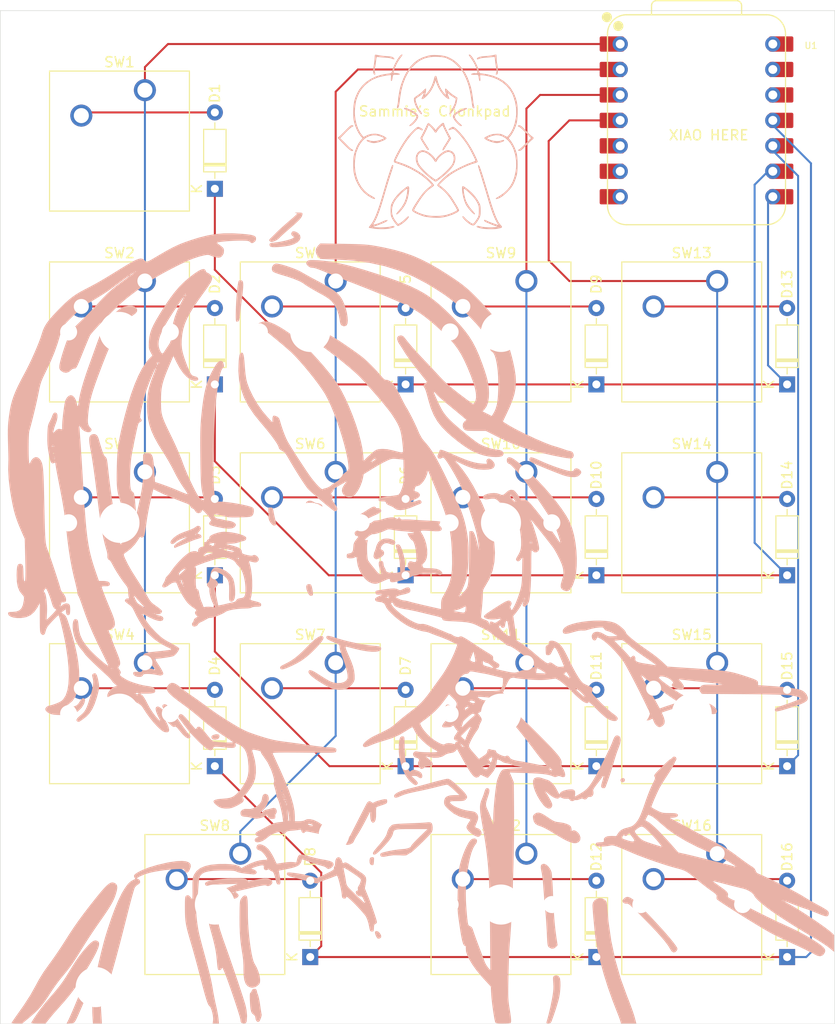
<source format=kicad_pcb>
(kicad_pcb (version 20240108) (generator "pcbnew") (generator_version "8.0")
  (layers (0 "F.Cu" signal) (31 "B.Cu" signal) (34 "B.Paste" user) (35 "F.Paste" user) (36 "B.SilkS" user "B.Silkscreen") (37 "F.SilkS" user "F.Silkscreen") (38 "B.Mask" user) (39 "F.Mask" user) (44 "Edge.Cuts" user))
  (net 0 "")
  (net 1 "+5V")
  (net 2 "GND")
  (net 3 "ROW0")
  (net 4 "Net-(D1-A)")
  (net 5 "Net-(D2-A)")
  (net 6 "ROW1")
  (net 7 "ROW2")
  (net 9 "Net-(D3-A)")
  (net 10 "ROW3")
  (net 12 "Net-(D4-A)")
  (net 14 "Net-(D5-A)")
  (net 15 "Net-(D6-A)")
  (net 16 "Net-(D7-A)")
  (net 17 "Net-(D8-A)")
  (net 18 "Net-(D9-A)")
  (net 19 "Net-(D10-A)")
  (net 20 "Net-(D11-A)")
  (net 21 "Net-(D12-A)")
  (net 22 "Net-(D13-A)")
  (net 23 "Net-(D14-A)")
  (net 24 "Net-(D15-A)")
  (net 25 "Net-(D16-A)")
  (net 26 "COL0")
  (net 27 "COL1")
  (net 28 "COL2")
  (net 29 "COL3")
  (footprint "Diode_THT:D_DO-35_SOD27_P7.62mm_Horizontal" (layer "F.Cu") (at 85.725 107.6325 90)
    (property "Reference" "D11" (at 10.00125 0 90) (layer "F.SilkS"))
    (property "Value" "1N4148")
    (fp_text user "K" (at 0 -1.8 90) (layer "F.SilkS"))
    (pad "1" thru_hole rect (at 0 0 90) (size 1.6 1.6) (drill 0.8) (layers "*.Cu" "*.Mask") (net 7 "ROW2"))
    (pad "2" thru_hole oval (at 7.62 0 90) (size 1.6 1.6) (drill 0.8) (layers "*.Cu" "*.Mask") (net 20 "Net-(D11-A)"))
  )
  (footprint "Diode_THT:D_DO-35_SOD27_P7.62mm_Horizontal" (layer "F.Cu") (at 57.15 126.6825 90)
    (property "Reference" "D8" (at 10.00125 0 90) (layer "F.SilkS"))
    (property "Value" "1N4148")
    (fp_text user "K" (at 0 -1.8 90) (layer "F.SilkS"))
    (pad "1" thru_hole rect (at 0 0 90) (size 1.6 1.6) (drill 0.8) (layers "*.Cu" "*.Mask") (net 10 "ROW3"))
    (pad "2" thru_hole oval (at 7.62 0 90) (size 1.6 1.6) (drill 0.8) (layers "*.Cu" "*.Mask") (net 17 "Net-(D8-A)"))
  )
  (footprint "Button_Switch_Keyboard:SW_Cherry_MX_1.00u_PCB" (layer "F.Cu") (at 40.64 97.31375)
    (property "Reference" "SW4" (at -2.54 -2.794 0) (layer "F.SilkS"))
    (property "Value" "SW_Push")
    (pad "" np_thru_hole circle (at -7.62 5.08) (size 1.7 1.7) (drill 1.7) (layers "*.Cu" "*.Mask"))
    (pad "" np_thru_hole circle (at -2.54 5.08) (size 4 4) (drill 4) (layers "*.Cu" "*.Mask"))
    (pad "" np_thru_hole circle (at 2.54 5.08) (size 1.7 1.7) (drill 1.7) (layers "*.Cu" "*.Mask"))
    (pad "1" thru_hole circle (at 0 0) (size 2.2 2.2) (drill 1.5) (layers "*.Cu" "*.Mask") (net 26 "COL0"))
    (pad "2" thru_hole circle (at -6.35 2.54) (size 2.2 2.2) (drill 1.5) (layers "*.Cu" "*.Mask") (net 12 "Net-(D4-A)"))
  )
  (footprint "Button_Switch_Keyboard:SW_Cherry_MX_1.00u_PCB" (layer "F.Cu") (at 97.79 78.26375)
    (property "Reference" "SW14" (at -2.54 -2.794 0) (layer "F.SilkS"))
    (property "Value" "SW_Push")
    (pad "" np_thru_hole circle (at -7.62 5.08) (size 1.7 1.7) (drill 1.7) (layers "*.Cu" "*.Mask"))
    (pad "" np_thru_hole circle (at -2.54 5.08) (size 4 4) (drill 4) (layers "*.Cu" "*.Mask"))
    (pad "" np_thru_hole circle (at 2.54 5.08) (size 1.7 1.7) (drill 1.7) (layers "*.Cu" "*.Mask"))
    (pad "1" thru_hole circle (at 0 0) (size 2.2 2.2) (drill 1.5) (layers "*.Cu" "*.Mask") (net 29 "COL3"))
    (pad "2" thru_hole circle (at -6.35 2.54) (size 2.2 2.2) (drill 1.5) (layers "*.Cu" "*.Mask") (net 23 "Net-(D14-A)"))
  )
  (footprint "Diode_THT:D_DO-35_SOD27_P7.62mm_Horizontal" (layer "F.Cu") (at 47.625 69.5325 90)
    (property "Reference" "D2" (at 10.00125 0 90) (layer "F.SilkS"))
    (property "Value" "1N4148")
    (fp_text user "K" (at 0 -1.8 90) (layer "F.SilkS"))
    (pad "1" thru_hole rect (at 0 0 90) (size 1.6 1.6) (drill 0.8) (layers "*.Cu" "*.Mask") (net 6 "ROW1"))
    (pad "2" thru_hole oval (at 7.62 0 90) (size 1.6 1.6) (drill 0.8) (layers "*.Cu" "*.Mask") (net 5 "Net-(D2-A)"))
  )
  (footprint "Diode_THT:D_DO-35_SOD27_P7.62mm_Horizontal" (layer "F.Cu") (at 66.675 69.5325 90)
    (property "Reference" "D5" (at 10.00125 0 90) (layer "F.SilkS"))
    (property "Value" "1N4148")
    (fp_text user "K" (at 0 -1.8 90) (layer "F.SilkS"))
    (pad "1" thru_hole rect (at 0 0 90) (size 1.6 1.6) (drill 0.8) (layers "*.Cu" "*.Mask") (net 3 "ROW0"))
    (pad "2" thru_hole oval (at 7.62 0 90) (size 1.6 1.6) (drill 0.8) (layers "*.Cu" "*.Mask") (net 14 "Net-(D5-A)"))
  )
  (footprint "Button_Switch_Keyboard:SW_Cherry_MX_1.00u_PCB" (layer "F.Cu") (at 59.69 59.21375)
    (property "Reference" "SW5" (at -2.54 -2.794 0) (layer "F.SilkS"))
    (property "Value" "SW_Push")
    (pad "" np_thru_hole circle (at -7.62 5.08) (size 1.7 1.7) (drill 1.7) (layers "*.Cu" "*.Mask"))
    (pad "" np_thru_hole circle (at -2.54 5.08) (size 4 4) (drill 4) (layers "*.Cu" "*.Mask"))
    (pad "" np_thru_hole circle (at 2.54 5.08) (size 1.7 1.7) (drill 1.7) (layers "*.Cu" "*.Mask"))
    (pad "1" thru_hole circle (at 0 0) (size 2.2 2.2) (drill 1.5) (layers "*.Cu" "*.Mask") (net 27 "COL1"))
    (pad "2" thru_hole circle (at -6.35 2.54) (size 2.2 2.2) (drill 1.5) (layers "*.Cu" "*.Mask") (net 14 "Net-(D5-A)"))
  )
  (footprint "Button_Switch_Keyboard:SW_Cherry_MX_1.00u_PCB" (layer "F.Cu") (at 59.69 78.26375)
    (property "Reference" "SW6" (at -2.54 -2.794 0) (layer "F.SilkS"))
    (property "Value" "SW_Push")
    (pad "" np_thru_hole circle (at -7.62 5.08) (size 1.7 1.7) (drill 1.7) (layers "*.Cu" "*.Mask"))
    (pad "" np_thru_hole circle (at -2.54 5.08) (size 4 4) (drill 4) (layers "*.Cu" "*.Mask"))
    (pad "" np_thru_hole circle (at 2.54 5.08) (size 1.7 1.7) (drill 1.7) (layers "*.Cu" "*.Mask"))
    (pad "1" thru_hole circle (at 0 0) (size 2.2 2.2) (drill 1.5) (layers "*.Cu" "*.Mask") (net 27 "COL1"))
    (pad "2" thru_hole circle (at -6.35 2.54) (size 2.2 2.2) (drill 1.5) (layers "*.Cu" "*.Mask") (net 15 "Net-(D6-A)"))
  )
  (footprint "Button_Switch_Keyboard:SW_Cherry_MX_2.00u_PCB" (layer "F.Cu") (at 50.165 116.36375)
    (property "Reference" "SW8" (at -2.54 -2.794 0) (layer "F.SilkS"))
    (property "Value" "SW_Push")
    (pad "" np_thru_hole circle (at -14.44 -1.92) (size 3.05 3.05) (drill 3.05) (layers "*.Cu" "*.Mask"))
    (pad "" np_thru_hole circle (at -14.44 13.32) (size 4 4) (drill 4) (layers "*.Cu" "*.Mask"))
    (pad "" np_thru_hole circle (at -7.62 5.08) (size 1.7 1.7) (drill 1.7) (layers "*.Cu" "*.Mask"))
    (pad "" np_thru_hole circle (at -2.54 5.08) (size 4 4) (drill 4) (layers "*.Cu" "*.Mask"))
    (pad "" np_thru_hole circle (at 2.54 5.08) (size 1.7 1.7) (drill 1.7) (layers "*.Cu" "*.Mask"))
    (pad "" np_thru_hole circle (at 9.36 -1.92) (size 3.05 3.05) (drill 3.05) (layers "*.Cu" "*.Mask"))
    (pad "" np_thru_hole circle (at 9.36 13.32) (size 4 4) (drill 4) (layers "*.Cu" "*.Mask"))
    (pad "1" thru_hole circle (at 0 0) (size 2.2 2.2) (drill 1.5) (layers "*.Cu" "*.Mask") (net 27 "COL1"))
    (pad "2" thru_hole circle (at -6.35 2.54) (size 2.2 2.2) (drill 1.5) (layers "*.Cu" "*.Mask") (net 17 "Net-(D8-A)"))
  )
  (footprint "Button_Switch_Keyboard:SW_Cherry_MX_1.00u_PCB" (layer "F.Cu") (at 97.79 116.36375)
    (property "Reference" "SW16" (at -2.54 -2.794 0) (layer "F.SilkS"))
    (property "Value" "SW_Push")
    (pad "" np_thru_hole circle (at -7.62 5.08) (size 1.7 1.7) (drill 1.7) (layers "*.Cu" "*.Mask"))
    (pad "" np_thru_hole circle (at -2.54 5.08) (size 4 4) (drill 4) (layers "*.Cu" "*.Mask"))
    (pad "" np_thru_hole circle (at 2.54 5.08) (size 1.7 1.7) (drill 1.7) (layers "*.Cu" "*.Mask"))
    (pad "1" thru_hole circle (at 0 0) (size 2.2 2.2) (drill 1.5) (layers "*.Cu" "*.Mask") (net 29 "COL3"))
    (pad "2" thru_hole circle (at -6.35 2.54) (size 2.2 2.2) (drill 1.5) (layers "*.Cu" "*.Mask") (net 25 "Net-(D16-A)"))
  )
  (footprint "Diode_THT:D_DO-35_SOD27_P7.62mm_Horizontal" (layer "F.Cu") (at 85.725 126.6825 90)
    (property "Reference" "D12" (at 10.00125 0 90) (layer "F.SilkS"))
    (property "Value" "1N4148")
    (fp_text user "K" (at 0 -1.8 90) (layer "F.SilkS"))
    (pad "1" thru_hole rect (at 0 0 90) (size 1.6 1.6) (drill 0.8) (layers "*.Cu" "*.Mask") (net 10 "ROW3"))
    (pad "2" thru_hole oval (at 7.62 0 90) (size 1.6 1.6) (drill 0.8) (layers "*.Cu" "*.Mask") (net 21 "Net-(D12-A)"))
  )
  (footprint "Diode_THT:D_DO-35_SOD27_P7.62mm_Horizontal" (layer "F.Cu") (at 85.725 88.5825 90)
    (property "Reference" "D10" (at 10.00125 0 90) (layer "F.SilkS"))
    (property "Value" "1N4148")
    (fp_text user "K" (at 0 -1.8 90) (layer "F.SilkS"))
    (pad "1" thru_hole rect (at 0 0 90) (size 1.6 1.6) (drill 0.8) (layers "*.Cu" "*.Mask") (net 6 "ROW1"))
    (pad "2" thru_hole oval (at 7.62 0 90) (size 1.6 1.6) (drill 0.8) (layers "*.Cu" "*.Mask") (net 19 "Net-(D10-A)"))
  )
  (footprint "Diode_THT:D_DO-35_SOD27_P7.62mm_Horizontal" (layer "F.Cu") (at 85.725 69.5325 90)
    (property "Reference" "D9" (at 10.00125 0 90) (layer "F.SilkS"))
    (property "Value" "1N4148")
    (fp_text user "K" (at 0 -1.8 90) (layer "F.SilkS"))
    (pad "1" thru_hole rect (at 0 0 90) (size 1.6 1.6) (drill 0.8) (layers "*.Cu" "*.Mask") (net 3 "ROW0"))
    (pad "2" thru_hole oval (at 7.62 0 90) (size 1.6 1.6) (drill 0.8) (layers "*.Cu" "*.Mask") (net 18 "Net-(D9-A)"))
  )
  (footprint "Button_Switch_Keyboard:SW_Cherry_MX_1.00u_PCB" (layer "F.Cu") (at 97.79 59.21375)
    (property "Reference" "SW13" (at -2.54 -2.794 0) (layer "F.SilkS"))
    (property "Value" "SW_Push")
    (pad "" np_thru_hole circle (at -7.62 5.08) (size 1.7 1.7) (drill 1.7) (layers "*.Cu" "*.Mask"))
    (pad "" np_thru_hole circle (at -2.54 5.08) (size 4 4) (drill 4) (layers "*.Cu" "*.Mask"))
    (pad "" np_thru_hole circle (at 2.54 5.08) (size 1.7 1.7) (drill 1.7) (layers "*.Cu" "*.Mask"))
    (pad "1" thru_hole circle (at 0 0) (size 2.2 2.2) (drill 1.5) (layers "*.Cu" "*.Mask") (net 29 "COL3"))
    (pad "2" thru_hole circle (at -6.35 2.54) (size 2.2 2.2) (drill 1.5) (layers "*.Cu" "*.Mask") (net 22 "Net-(D13-A)"))
  )
  (footprint "Button_Switch_Keyboard:SW_Cherry_MX_1.00u_PCB" (layer "F.Cu") (at 40.64 78.26375)
    (property "Reference" "SW3" (at -2.54 -2.794 0) (layer "F.SilkS"))
    (property "Value" "SW_Push")
    (pad "" np_thru_hole circle (at -7.62 5.08) (size 1.7 1.7) (drill 1.7) (layers "*.Cu" "*.Mask"))
    (pad "" np_thru_hole circle (at -2.54 5.08) (size 4 4) (drill 4) (layers "*.Cu" "*.Mask"))
    (pad "" np_thru_hole circle (at 2.54 5.08) (size 1.7 1.7) (drill 1.7) (layers "*.Cu" "*.Mask"))
    (pad "1" thru_hole circle (at 0 0) (size 2.2 2.2) (drill 1.5) (layers "*.Cu" "*.Mask") (net 26 "COL0"))
    (pad "2" thru_hole circle (at -6.35 2.54) (size 2.2 2.2) (drill 1.5) (layers "*.Cu" "*.Mask") (net 9 "Net-(D3-A)"))
  )
  (footprint "Diode_THT:D_DO-35_SOD27_P7.62mm_Horizontal" (layer "F.Cu") (at 47.625 50.00625 90)
    (property "Reference" "D1" (at 9.525 0 90) (layer "F.SilkS"))
    (property "Value" "1N4148")
    (fp_text user "K" (at 0 -1.8 90) (layer "F.SilkS"))
    (pad "1" thru_hole rect (at 0 0 90) (size 1.6 1.6) (drill 0.8) (layers "*.Cu" "*.Mask") (net 3 "ROW0"))
    (pad "2" thru_hole oval (at 7.62 0 90) (size 1.6 1.6) (drill 0.8) (layers "*.Cu" "*.Mask") (net 4 "Net-(D1-A)"))
  )
  (footprint "Diode_THT:D_DO-35_SOD27_P7.62mm_Horizontal" (layer "F.Cu") (at 104.775 69.5325 90)
    (property "Reference" "D13" (at 10.00125 0 90) (layer "F.SilkS"))
    (property "Value" "1N4148")
    (fp_text user "K" (at 0 -1.8 90) (layer "F.SilkS"))
    (pad "1" thru_hole rect (at 0 0 90) (size 1.6 1.6) (drill 0.8) (layers "*.Cu" "*.Mask") (net 3 "ROW0"))
    (pad "2" thru_hole oval (at 7.62 0 90) (size 1.6 1.6) (drill 0.8) (layers "*.Cu" "*.Mask") (net 22 "Net-(D13-A)"))
  )
  (footprint "Diode_THT:D_DO-35_SOD27_P7.62mm_Horizontal" (layer "F.Cu") (at 104.775 88.5825 90)
    (property "Reference" "D14" (at 10.00125 0 90) (layer "F.SilkS"))
    (property "Value" "1N4148")
    (fp_text user "K" (at 0 -1.8 90) (layer "F.SilkS"))
    (pad "1" thru_hole rect (at 0 0 90) (size 1.6 1.6) (drill 0.8) (layers "*.Cu" "*.Mask") (net 6 "ROW1"))
    (pad "2" thru_hole oval (at 7.62 0 90) (size 1.6 1.6) (drill 0.8) (layers "*.Cu" "*.Mask") (net 23 "Net-(D14-A)"))
  )
  (footprint "Diode_THT:D_DO-35_SOD27_P7.62mm_Horizontal" (layer "F.Cu") (at 66.675 107.6325 90)
    (property "Reference" "D7" (at 10.00125 0 90) (layer "F.SilkS"))
    (property "Value" "1N4148")
    (fp_text user "K" (at 0 -1.8 90) (layer "F.SilkS"))
    (pad "1" thru_hole rect (at 0 0 90) (size 1.6 1.6) (drill 0.8) (layers "*.Cu" "*.Mask") (net 7 "ROW2"))
    (pad "2" thru_hole oval (at 7.62 0 90) (size 1.6 1.6) (drill 0.8) (layers "*.Cu" "*.Mask") (net 16 "Net-(D7-A)"))
  )
  (footprint "Button_Switch_Keyboard:SW_Cherry_MX_1.00u_PCB" (layer "F.Cu") (at 78.74 116.36375)
    (property "Reference" "SW12" (at -2.54 -2.794 0) (layer "F.SilkS"))
    (property "Value" "SW_Push")
    (pad "" np_thru_hole circle (at -7.62 5.08) (size 1.7 1.7) (drill 1.7) (layers "*.Cu" "*.Mask"))
    (pad "" np_thru_hole circle (at -2.54 5.08) (size 4 4) (drill 4) (layers "*.Cu" "*.Mask"))
    (pad "" np_thru_hole circle (at 2.54 5.08) (size 1.7 1.7) (drill 1.7) (layers "*.Cu" "*.Mask"))
    (pad "1" thru_hole circle (at 0 0) (size 2.2 2.2) (drill 1.5) (layers "*.Cu" "*.Mask") (net 28 "COL2"))
    (pad "2" thru_hole circle (at -6.35 2.54) (size 2.2 2.2) (drill 1.5) (layers "*.Cu" "*.Mask") (net 21 "Net-(D12-A)"))
  )
  (footprint "Button_Switch_Keyboard:SW_Cherry_MX_1.00u_PCB" (layer "F.Cu") (at 78.74 59.21375)
    (property "Reference" "SW9" (at -2.54 -2.794 0) (layer "F.SilkS"))
    (property "Value" "SW_Push")
    (pad "" np_thru_hole circle (at -7.62 5.08) (size 1.7 1.7) (drill 1.7) (layers "*.Cu" "*.Mask"))
    (pad "" np_thru_hole circle (at -2.54 5.08) (size 4 4) (drill 4) (layers "*.Cu" "*.Mask"))
    (pad "" np_thru_hole circle (at 2.54 5.08) (size 1.7 1.7) (drill 1.7) (layers "*.Cu" "*.Mask"))
    (pad "1" thru_hole circle (at 0 0) (size 2.2 2.2) (drill 1.5) (layers "*.Cu" "*.Mask") (net 28 "COL2"))
    (pad "2" thru_hole circle (at -6.35 2.54) (size 2.2 2.2) (drill 1.5) (layers "*.Cu" "*.Mask") (net 18 "Net-(D9-A)"))
  )
  (footprint "Button_Switch_Keyboard:SW_Cherry_MX_1.00u_PCB" (layer "F.Cu") (at 40.64 59.21375)
    (property "Reference" "SW2" (at -2.54 -2.794 0) (layer "F.SilkS"))
    (property "Value" "SW_Push")
    (pad "" np_thru_hole circle (at -7.62 5.08) (size 1.7 1.7) (drill 1.7) (layers "*.Cu" "*.Mask"))
    (pad "" np_thru_hole circle (at -2.54 5.08) (size 4 4) (drill 4) (layers "*.Cu" "*.Mask"))
    (pad "" np_thru_hole circle (at 2.54 5.08) (size 1.7 1.7) (drill 1.7) (layers "*.Cu" "*.Mask"))
    (pad "1" thru_hole circle (at 0 0) (size 2.2 2.2) (drill 1.5) (layers "*.Cu" "*.Mask") (net 26 "COL0"))
    (pad "2" thru_hole circle (at -6.35 2.54) (size 2.2 2.2) (drill 1.5) (layers "*.Cu" "*.Mask") (net 5 "Net-(D2-A)"))
  )
  (footprint "Diode_THT:D_DO-35_SOD27_P7.62mm_Horizontal" (layer "F.Cu") (at 66.675 88.5825 90)
    (property "Reference" "D6" (at 10.00125 0 90) (layer "F.SilkS"))
    (property "Value" "1N4148")
    (fp_text user "K" (at 0 -1.8 90) (layer "F.SilkS"))
    (pad "1" thru_hole rect (at 0 0 90) (size 1.6 1.6) (drill 0.8) (layers "*.Cu" "*.Mask") (net 6 "ROW1"))
    (pad "2" thru_hole oval (at 7.62 0 90) (size 1.6 1.6) (drill 0.8) (layers "*.Cu" "*.Mask") (net 15 "Net-(D6-A)"))
  )
  (footprint "Button_Switch_Keyboard:SW_Cherry_MX_1.00u_PCB" (layer "F.Cu") (at 78.74 97.31375)
    (property "Reference" "SW11" (at -2.54 -2.794 0) (layer "F.SilkS"))
    (property "Value" "SW_Push")
    (pad "" np_thru_hole circle (at -7.62 5.08) (size 1.7 1.7) (drill 1.7) (layers "*.Cu" "*.Mask"))
    (pad "" np_thru_hole circle (at -2.54 5.08) (size 4 4) (drill 4) (layers "*.Cu" "*.Mask"))
    (pad "" np_thru_hole circle (at 2.54 5.08) (size 1.7 1.7) (drill 1.7) (layers "*.Cu" "*.Mask"))
    (pad "1" thru_hole circle (at 0 0) (size 2.2 2.2) (drill 1.5) (layers "*.Cu" "*.Mask") (net 28 "COL2"))
    (pad "2" thru_hole circle (at -6.35 2.54) (size 2.2 2.2) (drill 1.5) (layers "*.Cu" "*.Mask") (net 20 "Net-(D11-A)"))
  )
  (footprint "Diode_THT:D_DO-35_SOD27_P7.62mm_Horizontal" (layer "F.Cu") (at 47.625 107.6325 90)
    (property "Reference" "D4" (at 10.00125 0 90) (layer "F.SilkS"))
    (property "Value" "1N4148")
    (fp_text user "K" (at 0 -1.8 90) (layer "F.SilkS"))
    (pad "1" thru_hole rect (at 0 0 90) (size 1.6 1.6) (drill 0.8) (layers "*.Cu" "*.Mask") (net 10 "ROW3"))
    (pad "2" thru_hole oval (at 7.62 0 90) (size 1.6 1.6) (drill 0.8) (layers "*.Cu" "*.Mask") (net 12 "Net-(D4-A)"))
  )
  (footprint "Diode_THT:D_DO-35_SOD27_P7.62mm_Horizontal" (layer "F.Cu") (at 47.625 88.5825 90)
    (property "Reference" "D3" (at 10.00125 0 90) (layer "F.SilkS"))
    (property "Value" "1N4148")
    (fp_text user "K" (at 0 -1.8 90) (layer "F.SilkS"))
    (pad "1" thru_hole rect (at 0 0 90) (size 1.6 1.6) (drill 0.8) (layers "*.Cu" "*.Mask") (net 7 "ROW2"))
    (pad "2" thru_hole oval (at 7.62 0 90) (size 1.6 1.6) (drill 0.8) (layers "*.Cu" "*.Mask") (net 9 "Net-(D3-A)"))
  )
  (footprint "Diode_THT:D_DO-35_SOD27_P7.62mm_Horizontal" (layer "F.Cu") (at 104.775 126.6825 90)
    (property "Reference" "D16" (at 10.00125 0 90) (layer "F.SilkS"))
    (property "Value" "1N4148")
    (fp_text user "K" (at 0 -1.8 90) (layer "F.SilkS"))
    (pad "1" thru_hole rect (at 0 0 90) (size 1.6 1.6) (drill 0.8) (layers "*.Cu" "*.Mask") (net 10 "ROW3"))
    (pad "2" thru_hole oval (at 7.62 0 90) (size 1.6 1.6) (drill 0.8) (layers "*.Cu" "*.Mask") (net 25 "Net-(D16-A)"))
  )
  (footprint "Button_Switch_Keyboard:SW_Cherry_MX_1.00u_PCB" (layer "F.Cu") (at 97.79 97.31375)
    (property "Reference" "SW15" (at -2.54 -2.794 0) (layer "F.SilkS"))
    (property "Value" "SW_Push")
    (pad "" np_thru_hole circle (at -7.62 5.08) (size 1.7 1.7) (drill 1.7) (layers "*.Cu" "*.Mask"))
    (pad "" np_thru_hole circle (at -2.54 5.08) (size 4 4) (drill 4) (layers "*.Cu" "*.Mask"))
    (pad "" np_thru_hole circle (at 2.54 5.08) (size 1.7 1.7) (drill 1.7) (layers "*.Cu" "*.Mask"))
    (pad "1" thru_hole circle (at 0 0) (size 2.2 2.2) (drill 1.5) (layers "*.Cu" "*.Mask") (net 29 "COL3"))
    (pad "2" thru_hole circle (at -6.35 2.54) (size 2.2 2.2) (drill 1.5) (layers "*.Cu" "*.Mask") (net 24 "Net-(D15-A)"))
  )
  (footprint "OPL:XIAO-RP2040-DIP" (layer "F.Cu") (at 95.72625 43.18)
    (property "Reference" "U1" (at 11.43 -7.46125 0) (layer "F.SilkS") (effects (font (size 0.635 0.635) (thickness 0.1016))))
    (property "Value" "XIAO-RP2040-DIP")
    (pad "1" smd roundrect (at -8.455 -7.62 180) (size 2.432 1.524) (layers "F.Cu" "F.Mask") (roundrect_rratio 0.1) (net 26 "COL0"))
    (pad "1" thru_hole circle (at -7.62 -7.62 180) (size 1.524 1.524) (drill 0.889) (layers "*.Cu" "*.Mask") (net 26 "COL0"))
    (pad "2" smd roundrect (at -8.455 -5.08 180) (size 2.432 1.524) (layers "F.Cu" "F.Mask") (roundrect_rratio 0.1) (net 27 "COL1"))
    (pad "2" thru_hole circle (at -7.62 -5.08 180) (size 1.524 1.524) (drill 0.889) (layers "*.Cu" "*.Mask") (net 27 "COL1"))
    (pad "3" smd roundrect (at -8.455 -2.54 180) (size 2.432 1.524) (layers "F.Cu" "F.Mask") (roundrect_rratio 0.1) (net 28 "COL2"))
    (pad "3" thru_hole circle (at -7.62 -2.54 180) (size 1.524 1.524) (drill 0.889) (layers "*.Cu" "*.Mask") (net 28 "COL2"))
    (pad "4" smd roundrect (at -8.455 0 180) (size 2.432 1.524) (layers "F.Cu" "F.Mask") (roundrect_rratio 0.1) (net 29 "COL3"))
    (pad "4" thru_hole circle (at -7.62 0 180) (size 1.524 1.524) (drill 0.889) (layers "*.Cu" "*.Mask") (net 29 "COL3"))
    (pad "5" smd roundrect (at -8.455 2.54 180) (size 2.432 1.524) (layers "F.Cu" "F.Mask") (roundrect_rratio 0.1))
    (pad "5" thru_hole circle (at -7.62 2.54 180) (size 1.524 1.524) (drill 0.889) (layers "*.Cu" "*.Mask"))
    (pad "6" smd roundrect (at -8.455 5.08 180) (size 2.432 1.524) (layers "F.Cu" "F.Mask") (roundrect_rratio 0.1))
    (pad "6" thru_hole circle (at -7.62 5.08 180) (size 1.524 1.524) (drill 0.889) (layers "*.Cu" "*.Mask"))
    (pad "7" smd roundrect (at -8.455 7.62 180) (size 2.432 1.524) (layers "F.Cu" "F.Mask") (roundrect_rratio 0.1))
    (pad "7" thru_hole circle (at -7.62 7.62 180) (size 1.524 1.524) (drill 0.889) (layers "*.Cu" "*.Mask"))
    (pad "8" thru_hole circle (at 7.62 7.62) (size 1.524 1.524) (drill 0.889) (layers "*.Cu" "*.Mask") (net 3 "ROW0"))
    (pad "8" smd roundrect (at 8.455 7.62) (size 2.432 1.524) (layers "F.Cu" "F.Mask") (roundrect_rratio 0.1) (net 3 "ROW0"))
    (pad "9" thru_hole circle (at 7.62 5.08) (size 1.524 1.524) (drill 0.889) (layers "*.Cu" "*.Mask") (net 6 "ROW1"))
    (pad "9" smd roundrect (at 8.455 5.08) (size 2.432 1.524) (layers "F.Cu" "F.Mask") (roundrect_rratio 0.1) (net 6 "ROW1"))
    (pad "10" thru_hole circle (at 7.62 2.54) (size 1.524 1.524) (drill 0.889) (layers "*.Cu" "*.Mask") (net 7 "ROW2"))
    (pad "10" smd roundrect (at 8.455 2.54) (size 2.432 1.524) (layers "F.Cu" "F.Mask") (roundrect_rratio 0.1) (net 7 "ROW2"))
    (pad "11" thru_hole circle (at 7.62 0) (size 1.524 1.524) (drill 0.889) (layers "*.Cu" "*.Mask") (net 10 "ROW3"))
    (pad "11" smd roundrect (at 8.455 0) (size 2.432 1.524) (layers "F.Cu" "F.Mask") (roundrect_rratio 0.1) (net 10 "ROW3"))
    (pad "12" thru_hole circle (at 7.62 -2.54) (size 1.524 1.524) (drill 0.889) (layers "*.Cu" "*.Mask"))
    (pad "12" smd roundrect (at 8.455 -2.54) (size 2.432 1.524) (layers "F.Cu" "F.Mask") (roundrect_rratio 0.1))
    (pad "13" thru_hole circle (at 7.62 -5.08) (size 1.524 1.524) (drill 0.889) (layers "*.Cu" "*.Mask") (net 2 "GND"))
    (pad "13" smd roundrect (at 8.455 -5.08) (size 2.432 1.524) (layers "F.Cu" "F.Mask") (roundrect_rratio 0.1) (net 2 "GND"))
    (pad "14" thru_hole circle (at 7.62 -7.62) (size 1.524 1.524) (drill 0.889) (layers "*.Cu" "*.Mask") (net 1 "+5V"))
    (pad "14" smd roundrect (at 8.455 -7.62) (size 2.432 1.524) (layers "F.Cu" "F.Mask") (roundrect_rratio 0.1) (net 1 "+5V"))
  )
  (footprint "Button_Switch_Keyboard:SW_Cherry_MX_1.00u_PCB" (layer "F.Cu") (at 40.64 40.16375)
    (property "Reference" "SW1" (at -2.54 -2.794 0) (layer "F.SilkS"))
    (property "Value" "SW_Push")
    (pad "" np_thru_hole circle (at -7.62 5.08) (size 1.7 1.7) (drill 1.7) (layers "*.Cu" "*.Mask"))
    (pad "" np_thru_hole circle (at -2.54 5.08) (size 4 4) (drill 4) (layers "*.Cu" "*.Mask"))
    (pad "" np_thru_hole circle (at 2.54 5.08) (size 1.7 1.7) (drill 1.7) (layers "*.Cu" "*.Mask"))
    (pad "1" thru_hole circle (at 0 0) (size 2.2 2.2) (drill 1.5) (layers "*.Cu" "*.Mask") (net 26 "COL0"))
    (pad "2" thru_hole circle (at -6.35 2.54) (size 2.2 2.2) (drill 1.5) (layers "*.Cu" "*.Mask") (net 4 "Net-(D1-A)"))
  )
  (footprint "Button_Switch_Keyboard:SW_Cherry_MX_1.00u_PCB" (layer "F.Cu") (at 78.74 78.26375)
    (property "Reference" "SW10" (at -2.54 -2.794 0) (layer "F.SilkS"))
    (property "Value" "SW_Push")
    (pad "" np_thru_hole circle (at -7.62 5.08) (size 1.7 1.7) (drill 1.7) (layers "*.Cu" "*.Mask"))
    (pad "" np_thru_hole circle (at -2.54 5.08) (size 4 4) (drill 4) (layers "*.Cu" "*.Mask"))
    (pad "" np_thru_hole circle (at 2.54 5.08) (size 1.7 1.7) (drill 1.7) (layers "*.Cu" "*.Mask"))
    (pad "1" thru_hole circle (at 0 0) (size 2.2 2.2) (drill 1.5) (layers "*.Cu" "*.Mask") (net 28 "COL2"))
    (pad "2" thru_hole circle (at -6.35 2.54) (size 2.2 2.2) (drill 1.5) (layers "*.Cu" "*.Mask") (net 19 "Net-(D10-A)"))
  )
  (footprint "Button_Switch_Keyboard:SW_Cherry_MX_1.00u_PCB" (layer "F.Cu") (at 59.69 97.31375)
    (property "Reference" "SW7" (at -2.54 -2.794 0) (layer "F.SilkS"))
    (property "Value" "SW_Push")
    (pad "" np_thru_hole circle (at -7.62 5.08) (size 1.7 1.7) (drill 1.7) (layers "*.Cu" "*.Mask"))
    (pad "" np_thru_hole circle (at -2.54 5.08) (size 4 4) (drill 4) (layers "*.Cu" "*.Mask"))
    (pad "" np_thru_hole circle (at 2.54 5.08) (size 1.7 1.7) (drill 1.7) (layers "*.Cu" "*.Mask"))
    (pad "1" thru_hole circle (at 0 0) (size 2.2 2.2) (drill 1.5) (layers "*.Cu" "*.Mask") (net 27 "COL1"))
    (pad "2" thru_hole circle (at -6.35 2.54) (size 2.2 2.2) (drill 1.5) (layers "*.Cu" "*.Mask") (net 16 "Net-(D7-A)"))
  )
  (footprint "Diode_THT:D_DO-35_SOD27_P7.62mm_Horizontal" (layer "F.Cu") (at 104.775 107.6325 90)
    (property "Reference" "D15" (at 10.00125 0 90) (layer "F.SilkS"))
    (property "Value" "1N4148")
    (fp_text user "K" (at 0 -1.8 90) (layer "F.SilkS"))
    (pad "1" thru_hole rect (at 0 0 90) (size 1.6 1.6) (drill 0.8) (layers "*.Cu" "*.Mask") (net 7 "ROW2"))
    (pad "2" thru_hole oval (at 7.62 0 90) (size 1.6 1.6) (drill 0.8) (layers "*.Cu" "*.Mask") (net 24 "Net-(D15-A)"))
  )
  (footprint "LOGO" (layer "B.Cu") (at 64.256597 92.199169 180)
    (property "Reference" "G***" (hide yes))
    (property "Value" "LOGO" (hide yes))
  )
  (footprint "LOGO" (layer "B.Cu") (at 69.65 45.01 180)
    (property "Reference" "G***" (hide yes))
    (property "Value" "LOGO" (hide yes))
  )
  (gr_rect (start 26.19375 32.22625) (end 109.5375 133.35) (stroke (width 0.05)) (fill none) (layer "Edge.Cuts"))
  (gr_text "Sammie's Chonkpad" (at 61.9125 42.8625 0) (layer "F.SilkS") (effects (font (size 1 1)) (justify left bottom)))
  (gr_text "XIAO HERE" (at 92.86875 45.24375 0) (layer "F.SilkS") (effects (font (size 1 1)) (justify left bottom)))
  (segment (start 59.065348 69.5325) (end 66.675 69.5325) (width 0.2) (layer "F.Cu") (net 3))
  (segment (start 66.675 69.5325) (end 85.725 69.5325) (width 0.2) (layer "F.Cu") (net 3))
  (segment (start 85.725 69.5325) (end 104.775 69.5325) (width 0.2) (layer "F.Cu") (net 3))
  (segment (start 47.625 50.00625) (end 47.625 58.092152) (width 0.2) (layer "F.Cu") (net 3))
  (segment (start 47.625 58.092152) (end 59.065348 69.5325) (width 0.2) (layer "F.Cu") (net 3))
  (segment (start 102.87 67.6275) (end 104.775 69.5325) (width 0.2) (layer "B.Cu") (net 3))
  (segment (start 102.87 50.8) (end 102.87 67.6275) (width 0.2) (layer "B.Cu") (net 3))
  (segment (start 34.6075 42.38625) (end 34.29 42.70375) (width 0.2) (layer "F.Cu") (net 4))
  (segment (start 47.625 42.38625) (end 34.6075 42.38625) (width 0.2) (layer "F.Cu") (net 4))
  (segment (start 34.29 61.75375) (end 47.46625 61.75375) (width 0.2) (layer "F.Cu") (net 5))
  (segment (start 47.46625 61.75375) (end 47.625 61.9125) (width 0.2) (layer "F.Cu") (net 5))
  (segment (start 47.625 77.201694) (end 59.005806 88.5825) (width 0.2) (layer "F.Cu") (net 6))
  (segment (start 59.005806 88.5825) (end 66.675 88.5825) (width 0.2) (layer "F.Cu") (net 6))
  (segment (start 66.675 88.5825) (end 85.725 88.5825) (width 0.2) (layer "F.Cu") (net 6))
  (segment (start 47.625 69.5325) (end 47.625 77.201694) (width 0.2) (layer "F.Cu") (net 6))
  (segment (start 85.725 88.5825) (end 104.775 88.5825) (width 0.2) (layer "F.Cu") (net 6))
  (segment (start 101.53 49.6) (end 101.53 85.3375) (width 0.2) (layer "B.Cu") (net 6))
  (segment (start 101.53 85.3375) (end 104.775 88.5825) (width 0.2) (layer "B.Cu") (net 6))
  (segment (start 102.87 48.26) (end 101.53 49.6) (width 0.2) (layer "B.Cu") (net 6))
  (segment (start 47.625 96.192152) (end 59.065348 107.6325) (width 0.2) (layer "F.Cu") (net 7))
  (segment (start 59.065348 107.6325) (end 66.675 107.6325) (width 0.2) (layer "F.Cu") (net 7))
  (segment (start 85.725 107.6325) (end 104.775 107.6325) (width 0.2) (layer "F.Cu") (net 7))
  (segment (start 47.625 88.5825) (end 47.625 96.192152) (width 0.2) (layer "F.Cu") (net 7))
  (segment (start 66.675 107.6325) (end 85.725 107.6325) (width 0.2) (layer "F.Cu") (net 7))
  (segment (start 105.875 106.5325) (end 104.775 107.6325) (width 0.2) (layer "B.Cu") (net 7))
  (segment (start 102.87 45.72) (end 105.875 48.725) (width 0.2) (layer "B.Cu") (net 7))
  (segment (start 105.875 48.725) (end 105.875 106.5325) (width 0.2) (layer "B.Cu") (net 7))
  (segment (start 34.29 80.80375) (end 47.46625 80.80375) (width 0.2) (layer "F.Cu") (net 9))
  (segment (start 47.46625 80.80375) (end 47.625 80.9625) (width 0.2) (layer "F.Cu") (net 9))
  (segment (start 47.625 107.6325) (end 58.25 118.2575) (width 0.2) (layer "F.Cu") (net 10))
  (segment (start 57.15 126.6825) (end 85.725 126.6825) (width 0.2) (layer "F.Cu") (net 10))
  (segment (start 85.725 126.6825) (end 104.775 126.6825) (width 0.2) (layer "F.Cu") (net 10))
  (segment (start 58.25 118.2575) (end 58.25 125.5825) (width 0.2) (layer "F.Cu") (net 10))
  (segment (start 58.25 125.5825) (end 57.15 126.6825) (width 0.2) (layer "F.Cu") (net 10))
  (segment (start 107.15625 47.46625) (end 107.15625 126.20625) (width 0.2) (layer "B.Cu") (net 10))
  (segment (start 102.87 43.18) (end 107.15625 47.46625) (width 0.2) (layer "B.Cu") (net 10))
  (segment (start 106.68 126.6825) (end 104.775 126.6825) (width 0.2) (layer "B.Cu") (net 10))
  (segment (start 107.15625 126.20625) (end 106.68 126.6825) (width 0.2) (layer "B.Cu") (net 10))
  (segment (start 34.29 99.85375) (end 47.46625 99.85375) (width 0.2) (layer "F.Cu") (net 12))
  (segment (start 47.46625 99.85375) (end 47.625 100.0125) (width 0.2) (layer "F.Cu") (net 12))
  (segment (start 66.51625 61.75375) (end 66.675 61.9125) (width 0.2) (layer "F.Cu") (net 14))
  (segment (start 53.34 61.75375) (end 66.51625 61.75375) (width 0.2) (layer "F.Cu") (net 14))
  (segment (start 53.34 80.80375) (end 66.51625 80.80375) (width 0.2) (layer "F.Cu") (net 15))
  (segment (start 66.51625 80.80375) (end 66.675 80.9625) (width 0.2) (layer "F.Cu") (net 15))
  (segment (start 53.34 99.85375) (end 66.51625 99.85375) (width 0.2) (layer "F.Cu") (net 16))
  (segment (start 66.51625 99.85375) (end 66.675 100.0125) (width 0.2) (layer "F.Cu") (net 16))
  (segment (start 43.815 118.90375) (end 56.99125 118.90375) (width 0.2) (layer "F.Cu") (net 17))
  (segment (start 56.99125 118.90375) (end 57.15 119.0625) (width 0.2) (layer "F.Cu") (net 17))
  (segment (start 72.39 61.75375) (end 85.56625 61.75375) (width 0.2) (layer "F.Cu") (net 18))
  (segment (start 85.56625 61.75375) (end 85.725 61.9125) (width 0.2) (layer "F.Cu") (net 18))
  (segment (start 72.39 80.80375) (end 85.56625 80.80375) (width 0.2) (layer "F.Cu") (net 19))
  (segment (start 85.56625 80.80375) (end 85.725 80.9625) (width 0.2) (layer "F.Cu") (net 19))
  (segment (start 72.39 99.85375) (end 85.56625 99.85375) (width 0.2) (layer "F.Cu") (net 20))
  (segment (start 85.56625 99.85375) (end 85.725 100.0125) (width 0.2) (layer "F.Cu") (net 20))
  (segment (start 72.39 118.90375) (end 85.56625 118.90375) (width 0.2) (layer "F.Cu") (net 21))
  (segment (start 85.56625 118.90375) (end 85.725 119.0625) (width 0.2) (layer "F.Cu") (net 21))
  (segment (start 104.61625 61.75375) (end 104.775 61.9125) (width 0.2) (layer "F.Cu") (net 22))
  (segment (start 91.44 61.75375) (end 104.61625 61.75375) (width 0.2) (layer "F.Cu") (net 22))
  (segment (start 104.61625 80.80375) (end 104.775 80.9625) (width 0.2) (layer "F.Cu") (net 23))
  (segment (start 91.44 80.80375) (end 104.61625 80.80375) (width 0.2) (layer "F.Cu") (net 23))
  (segment (start 104.61625 99.85375) (end 104.775 100.0125) (width 0.2) (layer "F.Cu") (net 24))
  (segment (start 91.44 99.85375) (end 104.61625 99.85375) (width 0.2) (layer "F.Cu") (net 24))
  (segment (start 91.44 118.90375) (end 104.61625 118.90375) (width 0.2) (layer "F.Cu") (net 25))
  (segment (start 104.61625 118.90375) (end 104.775 119.0625) (width 0.2) (layer "F.Cu") (net 25))
  (segment (start 42.941875 35.56) (end 40.64 37.861875) (width 0.2) (layer "F.Cu") (net 26))
  (segment (start 40.64 37.861875) (end 40.64 40.16375) (width 0.2) (layer "F.Cu") (net 26))
  (segment (start 86.795 35.56) (end 42.941875 35.56) (width 0.2) (layer "F.Cu") (net 26))
  (segment (start 40.64 78.26375) (end 40.64 97.31375) (width 0.2) (layer "B.Cu") (net 26))
  (segment (start 40.64 40.16375) (end 40.64 59.21375) (width 0.2) (layer "B.Cu") (net 26))
  (segment (start 40.64 59.21375) (end 40.64 78.26375) (width 0.2) (layer "B.Cu") (net 26))
  (segment (start 59.69 40.3225) (end 61.9125 38.1) (width 0.2) (layer "F.Cu") (net 27))
  (segment (start 61.9125 38.1) (end 87.63 38.1) (width 0.2) (layer "F.Cu") (net 27))
  (segment (start 59.69 59.21375) (end 59.69 40.3225) (width 0.2) (layer "F.Cu") (net 27))
  (segment (start 50.165 114.14125) (end 50.165 116.36375) (width 0.2) (layer "B.Cu") (net 27))
  (segment (start 59.69 104.61625) (end 50.165 114.14125) (width 0.2) (layer "B.Cu") (net 27))
  (segment (start 59.69 97.31375) (end 59.69 78.26375) (width 0.2) (layer "B.Cu") (net 27))
  (segment (start 59.69 78.26375) (end 59.69 59.21375) (width 0.2) (layer "B.Cu") (net 27))
  (segment (start 59.69 97.31375) (end 59.69 104.61625) (width 0.2) (layer "B.Cu") (net 27))
  (segment (start 78.74 42.006185) (end 78.74 59.21375) (width 0.2) (layer "F.Cu") (net 28))
  (segment (start 80.106185 40.64) (end 78.74 42.006185) (width 0.2) (layer "F.Cu") (net 28))
  (segment (start 87.63 40.64) (end 80.106185 40.64) (width 0.2) (layer "F.Cu") (net 28))
  (segment (start 78.74 78.26375) (end 78.74 97.31375) (width 0.2) (layer "B.Cu") (net 28))
  (segment (start 78.74 97.31375) (end 78.74 116.36375) (width 0.2) (layer "B.Cu") (net 28))
  (segment (start 78.74 59.21375) (end 78.74 78.26375) (width 0.2) (layer "B.Cu") (net 28))
  (segment (start 80.9625 45.24375) (end 83.02625 43.18) (width 0.2) (layer "F.Cu") (net 29))
  (segment (start 83.02625 43.18) (end 87.63 43.18) (width 0.2) (layer "F.Cu") (net 29))
  (segment (start 80.9625 57.15) (end 80.9625 45.24375) (width 0.2) (layer "F.Cu") (net 29))
  (segment (start 83.02625 59.21375) (end 80.9625 57.15) (width 0.2) (layer "F.Cu") (net 29))
  (segment (start 97.79 59.21375) (end 83.02625 59.21375) (width 0.2) (layer "F.Cu") (net 29))
  (segment (start 97.79 78.26375) (end 97.79 97.31375) (width 0.2) (layer "B.Cu") (net 29))
  (segment (start 97.79 59.21375) (end 97.79 78.26375) (width 0.2) (layer "B.Cu") (net 29))
  (segment (start 97.79 97.31375) (end 97.79 116.36375) (width 0.2) (layer "B.Cu") (net 29))
)
</source>
